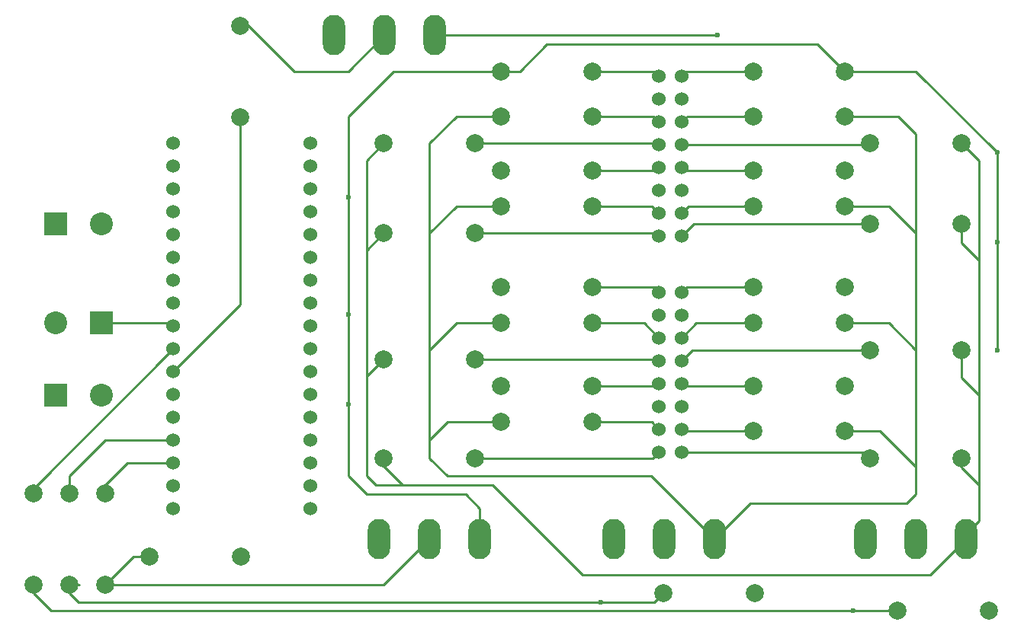
<source format=gbr>
G04 #@! TF.FileFunction,Copper,L1,Top,Signal*
%FSLAX46Y46*%
G04 Gerber Fmt 4.6, Leading zero omitted, Abs format (unit mm)*
G04 Created by KiCad (PCBNEW 4.0.1-3.201512221402+6198~38~ubuntu15.04.1-stable) date Mon 11 Jan 2016 13:06:15 CET*
%MOMM*%
G01*
G04 APERTURE LIST*
%ADD10C,0.100000*%
%ADD11R,2.540000X2.540000*%
%ADD12C,2.540000*%
%ADD13C,1.524000*%
%ADD14O,2.499360X4.500880*%
%ADD15C,1.998980*%
%ADD16C,0.600000*%
%ADD17C,0.250000*%
G04 APERTURE END LIST*
D10*
D11*
X40460000Y-106000000D03*
D12*
X45540000Y-106000000D03*
D11*
X40460000Y-87000000D03*
D12*
X45540000Y-87000000D03*
D13*
X107460000Y-70540000D03*
X110000000Y-70540000D03*
X107460000Y-73080000D03*
X110000000Y-73080000D03*
X107460000Y-75620000D03*
X110000000Y-75620000D03*
X107460000Y-78160000D03*
X110000000Y-78160000D03*
X107460000Y-80700000D03*
X110000000Y-80700000D03*
X107460000Y-83240000D03*
X110000000Y-83240000D03*
X107460000Y-85780000D03*
X110000000Y-85780000D03*
X107460000Y-88320000D03*
X110000000Y-88320000D03*
X107460000Y-94540000D03*
X110000000Y-94540000D03*
X107460000Y-97080000D03*
X110000000Y-97080000D03*
X107460000Y-99620000D03*
X110000000Y-99620000D03*
X107460000Y-102160000D03*
X110000000Y-102160000D03*
X107460000Y-104700000D03*
X110000000Y-104700000D03*
X107460000Y-107240000D03*
X110000000Y-107240000D03*
X107460000Y-109780000D03*
X110000000Y-109780000D03*
X107460000Y-112320000D03*
X110000000Y-112320000D03*
D11*
X45540000Y-98000000D03*
D12*
X40460000Y-98000000D03*
D14*
X82000000Y-122000000D03*
X76412000Y-122000000D03*
X87588000Y-122000000D03*
X108000000Y-122000000D03*
X102412000Y-122000000D03*
X113588000Y-122000000D03*
X136000000Y-122000000D03*
X130412000Y-122000000D03*
X141588000Y-122000000D03*
X77000000Y-66000000D03*
X82588000Y-66000000D03*
X71412000Y-66000000D03*
D15*
X38000000Y-127080000D03*
X38000000Y-116920000D03*
X42000000Y-127080000D03*
X42000000Y-116920000D03*
X46000000Y-127080000D03*
X46000000Y-116920000D03*
X144080000Y-130000000D03*
X133920000Y-130000000D03*
X118080000Y-128000000D03*
X107920000Y-128000000D03*
X61080000Y-124000000D03*
X50920000Y-124000000D03*
X61000000Y-64920000D03*
X61000000Y-75080000D03*
X100080000Y-70000000D03*
X89920000Y-70000000D03*
X100080000Y-75000000D03*
X89920000Y-75000000D03*
X87080000Y-78000000D03*
X76920000Y-78000000D03*
X100080000Y-81000000D03*
X89920000Y-81000000D03*
X100080000Y-85000000D03*
X89920000Y-85000000D03*
X87080000Y-88000000D03*
X76920000Y-88000000D03*
X100080000Y-94000000D03*
X89920000Y-94000000D03*
X100080000Y-98000000D03*
X89920000Y-98000000D03*
X87080000Y-102000000D03*
X76920000Y-102000000D03*
X100080000Y-105000000D03*
X89920000Y-105000000D03*
X100080000Y-109000000D03*
X89920000Y-109000000D03*
X87080000Y-113000000D03*
X76920000Y-113000000D03*
X128080000Y-70000000D03*
X117920000Y-70000000D03*
X128080000Y-75000000D03*
X117920000Y-75000000D03*
X141080000Y-78000000D03*
X130920000Y-78000000D03*
X128080000Y-81000000D03*
X117920000Y-81000000D03*
X128080000Y-85000000D03*
X117920000Y-85000000D03*
X141080000Y-87000000D03*
X130920000Y-87000000D03*
X128080000Y-94000000D03*
X117920000Y-94000000D03*
X128080000Y-98000000D03*
X117920000Y-98000000D03*
X141080000Y-101000000D03*
X130920000Y-101000000D03*
X128080000Y-105000000D03*
X117920000Y-105000000D03*
X128080000Y-110000000D03*
X117920000Y-110000000D03*
X141080000Y-113000000D03*
X130920000Y-113000000D03*
D13*
X53540000Y-78000000D03*
X53540000Y-80540000D03*
X53540000Y-83080000D03*
X53540000Y-85620000D03*
X53540000Y-88160000D03*
X53540000Y-90700000D03*
X53540000Y-93240000D03*
X53540000Y-95780000D03*
X53540000Y-98320000D03*
X53540000Y-100860000D03*
X53540000Y-103400000D03*
X53540000Y-105940000D03*
X53540000Y-108480000D03*
X53540000Y-111020000D03*
X53540000Y-113560000D03*
X53540000Y-116100000D03*
X53540000Y-118640000D03*
X68780000Y-118640000D03*
X68780000Y-116100000D03*
X68780000Y-113560000D03*
X68780000Y-111020000D03*
X68780000Y-108480000D03*
X68780000Y-105940000D03*
X68780000Y-103400000D03*
X68780000Y-100860000D03*
X68780000Y-98320000D03*
X68780000Y-95780000D03*
X68780000Y-93240000D03*
X68780000Y-90700000D03*
X68780000Y-88160000D03*
X68780000Y-85620000D03*
X68780000Y-83080000D03*
X68780000Y-80540000D03*
X68780000Y-78000000D03*
D16*
X114000000Y-66000000D03*
X73000000Y-84000000D03*
X73000000Y-97000000D03*
X73000000Y-107000000D03*
X145000000Y-79000000D03*
X145000000Y-89000000D03*
X145000000Y-101000000D03*
X101000000Y-129000000D03*
X129000000Y-130000000D03*
D17*
X100080000Y-70000000D02*
X106920000Y-70000000D01*
X106920000Y-70000000D02*
X107460000Y-70540000D01*
X117920000Y-70000000D02*
X110540000Y-70000000D01*
X110540000Y-70000000D02*
X110000000Y-70540000D01*
X110540000Y-70000000D02*
X110000000Y-70540000D01*
X114000000Y-66000000D02*
X82588000Y-66000000D01*
X100080000Y-75000000D02*
X106840000Y-75000000D01*
X106840000Y-75000000D02*
X107460000Y-75620000D01*
X107080000Y-76000000D02*
X107460000Y-75620000D01*
X117920000Y-75000000D02*
X110620000Y-75000000D01*
X110620000Y-75000000D02*
X110000000Y-75620000D01*
X116920000Y-75000000D02*
X110620000Y-75000000D01*
X110620000Y-75000000D02*
X110000000Y-75620000D01*
X87080000Y-78000000D02*
X107300000Y-78000000D01*
X107300000Y-78000000D02*
X107460000Y-78160000D01*
X110000000Y-78160000D02*
X130760000Y-78160000D01*
X130760000Y-78160000D02*
X130920000Y-78000000D01*
X100080000Y-81000000D02*
X107160000Y-81000000D01*
X107160000Y-81000000D02*
X107460000Y-80700000D01*
X117920000Y-81000000D02*
X110300000Y-81000000D01*
X110300000Y-81000000D02*
X110000000Y-80700000D01*
X100080000Y-85000000D02*
X106680000Y-85000000D01*
X106680000Y-85000000D02*
X107460000Y-85780000D01*
X107240000Y-86000000D02*
X107460000Y-85780000D01*
X117920000Y-85000000D02*
X110780000Y-85000000D01*
X110780000Y-85000000D02*
X110000000Y-85780000D01*
X87080000Y-88000000D02*
X107140000Y-88000000D01*
X107140000Y-88000000D02*
X107460000Y-88320000D01*
X130920000Y-87000000D02*
X111320000Y-87000000D01*
X111320000Y-87000000D02*
X110000000Y-88320000D01*
X100080000Y-94000000D02*
X106920000Y-94000000D01*
X106920000Y-94000000D02*
X107460000Y-94540000D01*
X117920000Y-94000000D02*
X110540000Y-94000000D01*
X110540000Y-94000000D02*
X110000000Y-94540000D01*
X100080000Y-98000000D02*
X105840000Y-98000000D01*
X105840000Y-98000000D02*
X107460000Y-99620000D01*
X117920000Y-98000000D02*
X111620000Y-98000000D01*
X111620000Y-98000000D02*
X110000000Y-99620000D01*
X87080000Y-102000000D02*
X107300000Y-102000000D01*
X107300000Y-102000000D02*
X107460000Y-102160000D01*
X130920000Y-101000000D02*
X111160000Y-101000000D01*
X111160000Y-101000000D02*
X110000000Y-102160000D01*
X100080000Y-105000000D02*
X107160000Y-105000000D01*
X107160000Y-105000000D02*
X107460000Y-104700000D01*
X117920000Y-105000000D02*
X110300000Y-105000000D01*
X110300000Y-105000000D02*
X110000000Y-104700000D01*
X100080000Y-109000000D02*
X106680000Y-109000000D01*
X106680000Y-109000000D02*
X107460000Y-109780000D01*
X117920000Y-110000000D02*
X110220000Y-110000000D01*
X110220000Y-110000000D02*
X110000000Y-109780000D01*
X87080000Y-113000000D02*
X106780000Y-113000000D01*
X106780000Y-113000000D02*
X107460000Y-112320000D01*
X110000000Y-112320000D02*
X130240000Y-112320000D01*
X130240000Y-112320000D02*
X130920000Y-113000000D01*
X45540000Y-98000000D02*
X53220000Y-98000000D01*
X53220000Y-98000000D02*
X53540000Y-98320000D01*
X50920000Y-124000000D02*
X49080000Y-124000000D01*
X49080000Y-124000000D02*
X46000000Y-127080000D01*
X46000000Y-127080000D02*
X76920000Y-127080000D01*
X76920000Y-127080000D02*
X82000000Y-122000000D01*
X128080000Y-70000000D02*
X136000000Y-70000000D01*
X145000000Y-79000000D02*
X145000000Y-89000000D01*
X145000000Y-89000000D02*
X145000000Y-101000000D01*
X136000000Y-70000000D02*
X145000000Y-79000000D01*
X124000000Y-67000000D02*
X125080000Y-67000000D01*
X125080000Y-67000000D02*
X128080000Y-70000000D01*
X89920000Y-70000000D02*
X92000000Y-70000000D01*
X95000000Y-67000000D02*
X124000000Y-67000000D01*
X124000000Y-67000000D02*
X124080000Y-67000000D01*
X92000000Y-70000000D02*
X95000000Y-67000000D01*
X87588000Y-122000000D02*
X87588000Y-118588000D01*
X78000000Y-70000000D02*
X89920000Y-70000000D01*
X73000000Y-75000000D02*
X78000000Y-70000000D01*
X73000000Y-115000000D02*
X73000000Y-107000000D01*
X73000000Y-107000000D02*
X73000000Y-97000000D01*
X73000000Y-97000000D02*
X73000000Y-84000000D01*
X73000000Y-84000000D02*
X73000000Y-75000000D01*
X75000000Y-117000000D02*
X73000000Y-115000000D01*
X86000000Y-117000000D02*
X75000000Y-117000000D01*
X87588000Y-118588000D02*
X86000000Y-117000000D01*
X101000000Y-129000000D02*
X106920000Y-129000000D01*
X106920000Y-129000000D02*
X107920000Y-128000000D01*
X42000000Y-127080000D02*
X42000000Y-128000000D01*
X42000000Y-128000000D02*
X43000000Y-129000000D01*
X43000000Y-129000000D02*
X101000000Y-129000000D01*
X42000000Y-127080000D02*
X43080000Y-127080000D01*
X82000000Y-111000000D02*
X82000000Y-113000000D01*
X106588000Y-115000000D02*
X113588000Y-122000000D01*
X84000000Y-115000000D02*
X106588000Y-115000000D01*
X82000000Y-113000000D02*
X84000000Y-115000000D01*
X136000000Y-114000000D02*
X136000000Y-117000000D01*
X136000000Y-117000000D02*
X135000000Y-118000000D01*
X135000000Y-118000000D02*
X117588000Y-118000000D01*
X117588000Y-118000000D02*
X113588000Y-122000000D01*
X128080000Y-85000000D02*
X133000000Y-85000000D01*
X133000000Y-85000000D02*
X136000000Y-88000000D01*
X128080000Y-98000000D02*
X133000000Y-98000000D01*
X133000000Y-98000000D02*
X136000000Y-101000000D01*
X128080000Y-110000000D02*
X132000000Y-110000000D01*
X132000000Y-110000000D02*
X136000000Y-114000000D01*
X136000000Y-114000000D02*
X136000000Y-101000000D01*
X136000000Y-101000000D02*
X136000000Y-88000000D01*
X136000000Y-88000000D02*
X136000000Y-77000000D01*
X136000000Y-77000000D02*
X134000000Y-75000000D01*
X134000000Y-75000000D02*
X127080000Y-75000000D01*
X89920000Y-109000000D02*
X84000000Y-109000000D01*
X84000000Y-109000000D02*
X82000000Y-111000000D01*
X89920000Y-98000000D02*
X85000000Y-98000000D01*
X85000000Y-98000000D02*
X82000000Y-101000000D01*
X89920000Y-85000000D02*
X85000000Y-85000000D01*
X82000000Y-88000000D02*
X82000000Y-89000000D01*
X85000000Y-85000000D02*
X82000000Y-88000000D01*
X85000000Y-75000000D02*
X89920000Y-75000000D01*
X82000000Y-78000000D02*
X85000000Y-75000000D01*
X82000000Y-111000000D02*
X82000000Y-101000000D01*
X82000000Y-101000000D02*
X82000000Y-89000000D01*
X82000000Y-89000000D02*
X82000000Y-78000000D01*
X114588000Y-123000000D02*
X114588000Y-122588000D01*
X129000000Y-130000000D02*
X133920000Y-130000000D01*
X38000000Y-127080000D02*
X38000000Y-128000000D01*
X38000000Y-128000000D02*
X40000000Y-130000000D01*
X40000000Y-130000000D02*
X129000000Y-130000000D01*
X141080000Y-113000000D02*
X141080000Y-114080000D01*
X141080000Y-114080000D02*
X143000000Y-116000000D01*
X141588000Y-122000000D02*
X141588000Y-121412000D01*
X141588000Y-121412000D02*
X143000000Y-120000000D01*
X143000000Y-116000000D02*
X143000000Y-106000000D01*
X143000000Y-120000000D02*
X143000000Y-116000000D01*
X79000000Y-116000000D02*
X89000000Y-116000000D01*
X137588000Y-126000000D02*
X141588000Y-122000000D01*
X99000000Y-126000000D02*
X137588000Y-126000000D01*
X89000000Y-116000000D02*
X99000000Y-126000000D01*
X141588000Y-123000000D02*
X141588000Y-121588000D01*
X141080000Y-101000000D02*
X141080000Y-104080000D01*
X141080000Y-104080000D02*
X143000000Y-106000000D01*
X141080000Y-87000000D02*
X141080000Y-89080000D01*
X141080000Y-89080000D02*
X143000000Y-91000000D01*
X143000000Y-79920000D02*
X141080000Y-78000000D01*
X143000000Y-106000000D02*
X143000000Y-91000000D01*
X143000000Y-91000000D02*
X143000000Y-79920000D01*
X76920000Y-113000000D02*
X76920000Y-113920000D01*
X76920000Y-113920000D02*
X79000000Y-116000000D01*
X75000000Y-104000000D02*
X75000000Y-103920000D01*
X75000000Y-103920000D02*
X76920000Y-102000000D01*
X75000000Y-90000000D02*
X75000000Y-89920000D01*
X75000000Y-89920000D02*
X76920000Y-88000000D01*
X75000000Y-79920000D02*
X76920000Y-78000000D01*
X75000000Y-115000000D02*
X75000000Y-104000000D01*
X75000000Y-104000000D02*
X75000000Y-90000000D01*
X75000000Y-90000000D02*
X75000000Y-79920000D01*
X76000000Y-116000000D02*
X75000000Y-115000000D01*
X79000000Y-116000000D02*
X76000000Y-116000000D01*
X76920000Y-88000000D02*
X76920000Y-88080000D01*
X61000000Y-64920000D02*
X61920000Y-64920000D01*
X61920000Y-64920000D02*
X67000000Y-70000000D01*
X67000000Y-70000000D02*
X73000000Y-70000000D01*
X73000000Y-70000000D02*
X77000000Y-66000000D01*
X38000000Y-116920000D02*
X38000000Y-116400000D01*
X38000000Y-116400000D02*
X53540000Y-100860000D01*
X42000000Y-116920000D02*
X42000000Y-115000000D01*
X45980000Y-111020000D02*
X53540000Y-111020000D01*
X42000000Y-115000000D02*
X45980000Y-111020000D01*
X46000000Y-116920000D02*
X46000000Y-116000000D01*
X46000000Y-116000000D02*
X48440000Y-113560000D01*
X48440000Y-113560000D02*
X53540000Y-113560000D01*
X61000000Y-75080000D02*
X61000000Y-95940000D01*
X61000000Y-95940000D02*
X53540000Y-103400000D01*
M02*

</source>
